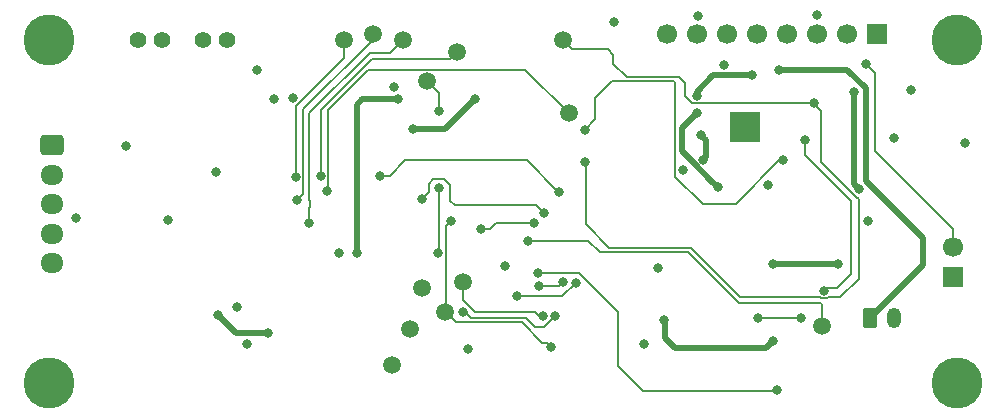
<source format=gbr>
%TF.GenerationSoftware,KiCad,Pcbnew,9.0.7*%
%TF.CreationDate,2026-02-09T02:05:22-06:00*%
%TF.ProjectId,wearable,77656172-6162-46c6-952e-6b696361645f,rev?*%
%TF.SameCoordinates,Original*%
%TF.FileFunction,Copper,L4,Bot*%
%TF.FilePolarity,Positive*%
%FSLAX46Y46*%
G04 Gerber Fmt 4.6, Leading zero omitted, Abs format (unit mm)*
G04 Created by KiCad (PCBNEW 9.0.7) date 2026-02-09 02:05:22*
%MOMM*%
%LPD*%
G01*
G04 APERTURE LIST*
G04 Aperture macros list*
%AMRoundRect*
0 Rectangle with rounded corners*
0 $1 Rounding radius*
0 $2 $3 $4 $5 $6 $7 $8 $9 X,Y pos of 4 corners*
0 Add a 4 corners polygon primitive as box body*
4,1,4,$2,$3,$4,$5,$6,$7,$8,$9,$2,$3,0*
0 Add four circle primitives for the rounded corners*
1,1,$1+$1,$2,$3*
1,1,$1+$1,$4,$5*
1,1,$1+$1,$6,$7*
1,1,$1+$1,$8,$9*
0 Add four rect primitives between the rounded corners*
20,1,$1+$1,$2,$3,$4,$5,0*
20,1,$1+$1,$4,$5,$6,$7,0*
20,1,$1+$1,$6,$7,$8,$9,0*
20,1,$1+$1,$8,$9,$2,$3,0*%
G04 Aperture macros list end*
%TA.AperFunction,ComponentPad*%
%ADD10C,1.500000*%
%TD*%
%TA.AperFunction,ComponentPad*%
%ADD11C,1.400000*%
%TD*%
%TA.AperFunction,ComponentPad*%
%ADD12C,4.318000*%
%TD*%
%TA.AperFunction,ComponentPad*%
%ADD13R,1.700000X1.700000*%
%TD*%
%TA.AperFunction,ComponentPad*%
%ADD14C,1.700000*%
%TD*%
%TA.AperFunction,ComponentPad*%
%ADD15RoundRect,0.250000X-0.725000X0.600000X-0.725000X-0.600000X0.725000X-0.600000X0.725000X0.600000X0*%
%TD*%
%TA.AperFunction,ComponentPad*%
%ADD16O,1.950000X1.700000*%
%TD*%
%TA.AperFunction,ComponentPad*%
%ADD17RoundRect,0.250000X-0.350000X-0.625000X0.350000X-0.625000X0.350000X0.625000X-0.350000X0.625000X0*%
%TD*%
%TA.AperFunction,ComponentPad*%
%ADD18O,1.200000X1.750000*%
%TD*%
%TA.AperFunction,HeatsinkPad*%
%ADD19C,0.500000*%
%TD*%
%TA.AperFunction,HeatsinkPad*%
%ADD20R,2.500000X2.500000*%
%TD*%
%TA.AperFunction,ViaPad*%
%ADD21C,0.800000*%
%TD*%
%TA.AperFunction,Conductor*%
%ADD22C,0.200000*%
%TD*%
%TA.AperFunction,Conductor*%
%ADD23C,0.500000*%
%TD*%
G04 APERTURE END LIST*
D10*
%TO.P,TP8,1,1*%
%TO.N,DRDY*%
X142000000Y-91500000D03*
%TD*%
%TO.P,TP14,1,1*%
%TO.N,SCK*%
X144500000Y-89000000D03*
%TD*%
D11*
%TO.P,TP2,1,1*%
%TO.N,AVDD*%
X123000000Y-88000000D03*
X125000000Y-88000000D03*
%TD*%
D10*
%TO.P,TP6,1,1*%
%TO.N,INT_BNO085*%
X140500000Y-112500000D03*
%TD*%
D12*
%TO.P,H4,1,Hole*%
%TO.N,unconnected-(H4-Hole-Pad1)*%
X186850000Y-117000000D03*
%TD*%
D10*
%TO.P,TP15,1,1*%
%TO.N,SCL*%
X153500000Y-88000000D03*
%TD*%
D12*
%TO.P,H1,1,Hole*%
%TO.N,unconnected-(H1-Hole-Pad1)*%
X110000000Y-88000000D03*
%TD*%
D10*
%TO.P,TP4,1,1*%
%TO.N,RST_ADS1299*%
X137360000Y-87500000D03*
%TD*%
%TO.P,TP3,1,1*%
%TO.N,START_ADS1299*%
X134900000Y-88000000D03*
%TD*%
%TO.P,TP11,1,1*%
%TO.N,MISO*%
X139000000Y-115500000D03*
%TD*%
%TO.P,TP5,1,1*%
%TO.N,CS_ADS1299*%
X154000000Y-94200000D03*
%TD*%
%TO.P,TP10,1,1*%
%TO.N,BOOT_BNO085*%
X143500000Y-111000000D03*
%TD*%
%TO.P,TP9,1,1*%
%TO.N,MOSI*%
X141500000Y-109000000D03*
%TD*%
D13*
%TO.P,J3,1,Pin_1*%
%TO.N,AVSS*%
X180100000Y-87500000D03*
D14*
%TO.P,J3,2,Pin_2*%
%TO.N,+5V_USB*%
X177560000Y-87500000D03*
%TO.P,J3,3,Pin_3*%
%TO.N,AVSS*%
X175020000Y-87500000D03*
%TO.P,J3,4,Pin_4*%
%TO.N,Net-(J3-Pin_4)*%
X172480000Y-87500000D03*
%TO.P,J3,5,Pin_5*%
%TO.N,unconnected-(J3-Pin_5-Pad5)*%
X169940000Y-87500000D03*
%TO.P,J3,6,Pin_6*%
%TO.N,unconnected-(J3-Pin_6-Pad6)*%
X167400000Y-87500000D03*
%TO.P,J3,7,Pin_7*%
%TO.N,AVSS*%
X164860000Y-87500000D03*
%TO.P,J3,8,Pin_8*%
%TO.N,Net-(J3-Pin_8)*%
X162320000Y-87500000D03*
%TD*%
D10*
%TO.P,TP12,1,1*%
%TO.N,RST_BNO085*%
X145000000Y-108500000D03*
%TD*%
D11*
%TO.P,TP1,1,1*%
%TO.N,AVSS*%
X117500000Y-88000000D03*
X119500000Y-88000000D03*
%TD*%
D12*
%TO.P,H3,1,Hole*%
%TO.N,unconnected-(H3-Hole-Pad1)*%
X186850000Y-88000000D03*
%TD*%
D15*
%TO.P,E1,1,Bias*%
%TO.N,VBIAS*%
X110200000Y-96900000D03*
D16*
%TO.P,E1,2,D1+*%
%TO.N,Net-(D4-D1+)*%
X110200000Y-99400000D03*
%TO.P,E1,3,D1-*%
%TO.N,Net-(D4-D1-)*%
X110200000Y-101900000D03*
%TO.P,E1,4,D2+*%
%TO.N,Net-(D4-D2+)*%
X110200000Y-104400000D03*
%TO.P,E1,5,D2-*%
%TO.N,Net-(D4-D2-)*%
X110200000Y-106900000D03*
%TD*%
D10*
%TO.P,TP16,1,1*%
%TO.N,SDA*%
X175400000Y-112200000D03*
%TD*%
D13*
%TO.P,SW1,1,1*%
%TO.N,AVSS*%
X186500000Y-108040000D03*
D14*
%TO.P,SW1,2,2*%
%TO.N,Net-(U4-SHPHLD)*%
X186500000Y-105500000D03*
%TD*%
D10*
%TO.P,TP7,1,1*%
%TO.N,PWDWN_ADS1299*%
X139900000Y-88000000D03*
%TD*%
D12*
%TO.P,H2,1,Hole*%
%TO.N,unconnected-(H2-Hole-Pad1)*%
X110000000Y-117000000D03*
%TD*%
D17*
%TO.P,BT1,1,+*%
%TO.N,Net-(BT1-+)*%
X179500000Y-111550000D03*
D18*
%TO.P,BT1,2,-*%
%TO.N,AVSS*%
X181500000Y-111550000D03*
%TD*%
D19*
%TO.P,U4,33,AVSS*%
%TO.N,AVSS*%
X167850000Y-96350000D03*
X168850000Y-96350000D03*
X169850000Y-96350000D03*
X167850000Y-95350000D03*
X168850000Y-95350000D03*
D20*
X168850000Y-95350000D03*
D19*
X169850000Y-95350000D03*
X167850000Y-94350000D03*
X168850000Y-94350000D03*
X169850000Y-94350000D03*
%TD*%
D21*
%TO.N,AVSS*%
X120000000Y-103200000D03*
X146000000Y-93000000D03*
X126750000Y-113750000D03*
X157763903Y-86500000D03*
X179300000Y-103300000D03*
X148600000Y-107100000D03*
X175020000Y-85875000D03*
X160350000Y-113750000D03*
X164900000Y-86000000D03*
X134500000Y-106000000D03*
X125900000Y-110600000D03*
X167100000Y-90100000D03*
X161500000Y-107320000D03*
X145432500Y-114200000D03*
X163650000Y-99000000D03*
X116500000Y-97000000D03*
X170810122Y-100310122D03*
X112287501Y-103050000D03*
X181500000Y-96260000D03*
X139160000Y-91960000D03*
X140800000Y-95500000D03*
%TO.N,Net-(BT1-+)*%
X171741396Y-90500000D03*
%TO.N,AVDD*%
X124100000Y-99200000D03*
X124250000Y-111250000D03*
X182920000Y-92268530D03*
X127540000Y-90540000D03*
X128500000Y-112800000D03*
X187500000Y-96750000D03*
X130581834Y-92948869D03*
X129000000Y-93000000D03*
%TO.N,+3V3*%
X139500000Y-93000000D03*
X136000000Y-106000000D03*
X176750000Y-107000000D03*
X165200000Y-96031000D03*
X171300000Y-113500000D03*
X165365686Y-98134314D03*
X171300000Y-107000000D03*
X162000000Y-111730000D03*
%TO.N,+5V3*%
X178515000Y-100600000D03*
X178090000Y-92410000D03*
%TO.N,INT_BNO085*%
X152809620Y-111390380D03*
X145000000Y-111000000D03*
%TO.N,BOOT_BNO085*%
X152500000Y-114000000D03*
X144000000Y-103330000D03*
%TO.N,PWDWN_ADS1299*%
X132000000Y-103500000D03*
%TO.N,RST_BNO085*%
X151800000Y-111400000D03*
%TO.N,START_ADS1299*%
X130850000Y-99600000D03*
%TO.N,RST_ADS1299*%
X130990380Y-101509620D03*
%TO.N,MISO*%
X149600000Y-109700000D03*
X154550000Y-108550000D03*
X138000000Y-99500000D03*
X153100000Y-100900000D03*
%TO.N,MOSI*%
X146500000Y-103980000D03*
X150985000Y-103470000D03*
%TO.N,SCL*%
X155350000Y-98350000D03*
X174708733Y-93335000D03*
%TO.N,SDA*%
X174000000Y-96500000D03*
X150500000Y-105000000D03*
X175600000Y-109213493D03*
%TO.N,SCK*%
X153500000Y-108500000D03*
X151883812Y-102683812D03*
X151420000Y-108800000D03*
X132950000Y-99500000D03*
X141500000Y-101500000D03*
%TO.N,CS_ADS1299*%
X133460186Y-100780431D03*
%TO.N,DRDY*%
X142920000Y-106050000D03*
X143000000Y-100500000D03*
X143000000Y-94000000D03*
%TO.N,GPIO0*%
X151400000Y-107700000D03*
X171600000Y-117600000D03*
%TO.N,VSYS*%
X164800000Y-94200000D03*
X164800000Y-92720000D03*
X166565686Y-100434314D03*
X169500000Y-91000000D03*
%TO.N,GPIO2*%
X172100000Y-98200000D03*
X155300000Y-95600000D03*
%TO.N,GPIO4*%
X170000000Y-111500000D03*
X173600000Y-111500000D03*
%TO.N,Net-(U4-SHPHLD)*%
X179125339Y-90036533D03*
%TD*%
D22*
%TO.N,AVSS*%
X168850000Y-95350000D02*
X167850000Y-95350000D01*
D23*
X143500000Y-95500000D02*
X140800000Y-95500000D01*
D22*
X167850000Y-94350000D02*
X168850000Y-95350000D01*
D23*
X146000000Y-93000000D02*
X143500000Y-95500000D01*
%TO.N,Net-(BT1-+)*%
X184000000Y-104800000D02*
X184000000Y-107050000D01*
X171741396Y-90500000D02*
X177500000Y-90500000D01*
X179100000Y-92100000D02*
X179100000Y-99900000D01*
X184000000Y-107050000D02*
X179500000Y-111550000D01*
X177500000Y-90500000D02*
X179100000Y-92100000D01*
X179100000Y-99900000D02*
X184000000Y-104800000D01*
%TO.N,AVDD*%
X125800000Y-112800000D02*
X128500000Y-112800000D01*
D22*
X127580000Y-90500000D02*
X127540000Y-90540000D01*
D23*
X124250000Y-111250000D02*
X125800000Y-112800000D01*
%TO.N,+3V3*%
X162130000Y-111860000D02*
X162130000Y-113230000D01*
X136500000Y-93000000D02*
X139500000Y-93000000D01*
X165600000Y-96500000D02*
X165600000Y-97900000D01*
X136000000Y-106000000D02*
X136000000Y-93500000D01*
X170700000Y-114100000D02*
X171300000Y-113500000D01*
X165200000Y-96100000D02*
X165600000Y-96500000D01*
X165200000Y-96031000D02*
X165200000Y-96100000D01*
X171300000Y-107000000D02*
X176750000Y-107000000D01*
X162130000Y-113230000D02*
X163000000Y-114100000D01*
X136000000Y-93500000D02*
X136500000Y-93000000D01*
X165600000Y-97900000D02*
X165365686Y-98134314D01*
X163000000Y-114100000D02*
X170700000Y-114100000D01*
X162000000Y-111730000D02*
X162130000Y-111860000D01*
%TO.N,+5V3*%
X178515000Y-100600000D02*
X178100000Y-100185000D01*
X178100000Y-100185000D02*
X178100000Y-92420000D01*
X178100000Y-92420000D02*
X178090000Y-92410000D01*
D22*
%TO.N,INT_BNO085*%
X151100000Y-112300000D02*
X150320000Y-111520000D01*
X152809620Y-111390380D02*
X151900000Y-112300000D01*
X145151470Y-111000000D02*
X145000000Y-111000000D01*
X145671470Y-111520000D02*
X145151470Y-111000000D01*
X151900000Y-112300000D02*
X151100000Y-112300000D01*
X150320000Y-111520000D02*
X145671470Y-111520000D01*
%TO.N,BOOT_BNO085*%
X152500000Y-114000000D02*
X152142500Y-113642500D01*
X144000000Y-103330000D02*
X143580000Y-103750000D01*
X143580000Y-103750000D02*
X143580000Y-110920000D01*
X143580000Y-110920000D02*
X143500000Y-111000000D01*
X151742500Y-113642500D02*
X150001000Y-111901000D01*
X152142500Y-113642500D02*
X151742500Y-113642500D01*
X150001000Y-111901000D02*
X144401000Y-111901000D01*
X144401000Y-111901000D02*
X143500000Y-111000000D01*
%TO.N,PWDWN_ADS1299*%
X132000000Y-94200000D02*
X137100000Y-89100000D01*
X138800000Y-89100000D02*
X139900000Y-88000000D01*
X132071000Y-101630346D02*
X132000000Y-101559346D01*
X132000000Y-102240654D02*
X132071000Y-102169654D01*
X132000000Y-101559346D02*
X132000000Y-94200000D01*
X137100000Y-89100000D02*
X138800000Y-89100000D01*
X132071000Y-102169654D02*
X132071000Y-101630346D01*
X132000000Y-103500000D02*
X132000000Y-102240654D01*
%TO.N,RST_BNO085*%
X145000000Y-110000000D02*
X145000000Y-108500000D01*
X151067100Y-111000000D02*
X146000000Y-111000000D01*
X151467100Y-111400000D02*
X151067100Y-111000000D01*
X146000000Y-111000000D02*
X145000000Y-110000000D01*
X151800000Y-111400000D02*
X151467100Y-111400000D01*
%TO.N,START_ADS1299*%
X134900000Y-89549943D02*
X134900000Y-88000000D01*
X130900000Y-99550000D02*
X130900000Y-93549943D01*
X130900000Y-93549943D02*
X134900000Y-89549943D01*
X130850000Y-99600000D02*
X130900000Y-99550000D01*
%TO.N,RST_ADS1299*%
X131500000Y-93860000D02*
X137360000Y-88000000D01*
X137360000Y-88000000D02*
X137360000Y-87500000D01*
X131500000Y-101000000D02*
X131500000Y-93860000D01*
X130990380Y-101509620D02*
X131500000Y-101000000D01*
%TO.N,MISO*%
X140100000Y-98200000D02*
X138800000Y-99500000D01*
X153400000Y-109700000D02*
X149600000Y-109700000D01*
X154550000Y-108550000D02*
X153400000Y-109700000D01*
X153000000Y-100800000D02*
X150400000Y-98200000D01*
X138800000Y-99500000D02*
X138000000Y-99500000D01*
X143900000Y-98200000D02*
X140100000Y-98200000D01*
X150400000Y-98200000D02*
X143900000Y-98200000D01*
%TO.N,MOSI*%
X147840000Y-103470000D02*
X150985000Y-103470000D01*
X146500000Y-103980000D02*
X147330000Y-103980000D01*
X147330000Y-103980000D02*
X147840000Y-103470000D01*
%TO.N,SCL*%
X174708733Y-93427434D02*
X175300000Y-94018701D01*
X163800000Y-92700000D02*
X163800000Y-91600000D01*
X175300000Y-98300000D02*
X177864000Y-100864000D01*
X157750000Y-89250000D02*
X157250000Y-88750000D01*
X157400000Y-105600000D02*
X155400000Y-103600000D01*
X177864000Y-100869654D02*
X178245346Y-101251000D01*
X175300000Y-94018701D02*
X175300000Y-98300000D01*
X164300000Y-105600000D02*
X157400000Y-105600000D01*
X164400000Y-93300000D02*
X163800000Y-92700000D01*
X155350000Y-98350000D02*
X155300000Y-98300000D01*
X178251000Y-101251000D02*
X178500000Y-101500000D01*
X164530346Y-93371000D02*
X164459346Y-93300000D01*
X157250000Y-88750000D02*
X154250000Y-88750000D01*
X163319000Y-91119000D02*
X158871000Y-91119000D01*
X168494493Y-109794493D02*
X164300000Y-105600000D01*
X155400000Y-98400000D02*
X155350000Y-98350000D01*
X174616299Y-93335000D02*
X174581299Y-93300000D01*
X177864000Y-100864000D02*
X177864000Y-100869654D01*
X175869654Y-109864493D02*
X175330346Y-109864493D01*
X178245346Y-101251000D02*
X178251000Y-101251000D01*
X174708733Y-93335000D02*
X174616299Y-93335000D01*
X163800000Y-91600000D02*
X163319000Y-91119000D01*
X165140654Y-93300000D02*
X165069654Y-93371000D01*
X178500000Y-108200000D02*
X176905507Y-109794493D01*
X165069654Y-93371000D02*
X164530346Y-93371000D01*
X175939654Y-109794493D02*
X175869654Y-109864493D01*
X158871000Y-91119000D02*
X157750000Y-89998000D01*
X175260346Y-109794493D02*
X168494493Y-109794493D01*
X174708733Y-93335000D02*
X174708733Y-93427434D01*
X176905507Y-109794493D02*
X175939654Y-109794493D01*
X164459346Y-93300000D02*
X164400000Y-93300000D01*
X154250000Y-88750000D02*
X153500000Y-88000000D01*
X175330346Y-109864493D02*
X175260346Y-109794493D01*
X178500000Y-101500000D02*
X178500000Y-108200000D01*
X174581299Y-93300000D02*
X165140654Y-93300000D01*
X155400000Y-103600000D02*
X155400000Y-98400000D01*
X157750000Y-89998000D02*
X157750000Y-89250000D01*
%TO.N,SDA*%
X177900000Y-107776986D02*
X176676986Y-109000000D01*
X155600000Y-105000000D02*
X156581000Y-105981000D01*
X164081000Y-105981000D02*
X168400000Y-110300000D01*
X175400000Y-110400000D02*
X175400000Y-112200000D01*
X175813493Y-109000000D02*
X175600000Y-109213493D01*
X156581000Y-105981000D02*
X164081000Y-105981000D01*
X168400000Y-110300000D02*
X175300000Y-110300000D01*
X177900000Y-101650000D02*
X177900000Y-107776986D01*
X150500000Y-105000000D02*
X155600000Y-105000000D01*
X174000000Y-97750000D02*
X177900000Y-101650000D01*
X174000000Y-96500000D02*
X174000000Y-97750000D01*
X175300000Y-110300000D02*
X175400000Y-110400000D01*
X176676986Y-109000000D02*
X175813493Y-109000000D01*
%TO.N,SCK*%
X143900000Y-89600000D02*
X144500000Y-89000000D01*
X141500000Y-101500000D02*
X142100000Y-100900000D01*
X142500000Y-99800000D02*
X143400000Y-99800000D01*
X153500000Y-108500000D02*
X153479756Y-108500000D01*
X132950000Y-99500000D02*
X133000000Y-99450000D01*
X153179756Y-108800000D02*
X151420000Y-108800000D01*
X144300000Y-102000000D02*
X151200000Y-102000000D01*
X133000000Y-99450000D02*
X133000000Y-93900000D01*
X137300000Y-89600000D02*
X143900000Y-89600000D01*
X151200000Y-102000000D02*
X151883812Y-102683812D01*
X143900000Y-101600000D02*
X144300000Y-102000000D01*
X143900000Y-100300000D02*
X143900000Y-101600000D01*
X133000000Y-93900000D02*
X137300000Y-89600000D01*
X153479756Y-108500000D02*
X153179756Y-108800000D01*
X143400000Y-99800000D02*
X143900000Y-100300000D01*
X142100000Y-100200000D02*
X142500000Y-99800000D01*
X142100000Y-100900000D02*
X142100000Y-100200000D01*
%TO.N,CS_ADS1299*%
X133600000Y-100640617D02*
X133600000Y-93900000D01*
X133460186Y-100780431D02*
X133600000Y-100640617D01*
X133600000Y-93900000D02*
X137000000Y-90500000D01*
X150300000Y-90500000D02*
X154000000Y-94200000D01*
X137000000Y-90500000D02*
X150300000Y-90500000D01*
%TO.N,DRDY*%
X142000000Y-91500000D02*
X143000000Y-92500000D01*
X143000000Y-92500000D02*
X143000000Y-94000000D01*
X143000000Y-105700000D02*
X143000000Y-100500000D01*
X142920000Y-106050000D02*
X142920000Y-105780000D01*
X142920000Y-105780000D02*
X143000000Y-105700000D01*
%TO.N,GPIO0*%
X160261185Y-117700000D02*
X158139667Y-115578483D01*
X171600000Y-117600000D02*
X171500000Y-117700000D01*
X158139667Y-111039667D02*
X154800000Y-107700000D01*
X154800000Y-107700000D02*
X151400000Y-107700000D01*
X171500000Y-117700000D02*
X160261185Y-117700000D01*
X158139667Y-115578483D02*
X158139667Y-111039667D01*
D23*
%TO.N,VSYS*%
X166131372Y-100000000D02*
X166100000Y-100000000D01*
X163531000Y-95469000D02*
X164800000Y-94200000D01*
X163531000Y-97431000D02*
X163531000Y-95469000D01*
D22*
X164800000Y-92720000D02*
X164640244Y-92720000D01*
D23*
X164465188Y-98365188D02*
X163531000Y-97431000D01*
X166565686Y-100434314D02*
X166131372Y-100000000D01*
X166200000Y-91000000D02*
X164800000Y-92400000D01*
X166100000Y-100000000D02*
X164465188Y-98365188D01*
X169500000Y-91000000D02*
X166200000Y-91000000D01*
X164800000Y-92400000D02*
X164800000Y-92720000D01*
D22*
%TO.N,GPIO2*%
X171800000Y-98200000D02*
X172100000Y-98200000D01*
X156200000Y-94700000D02*
X156200000Y-92900000D01*
X162900000Y-91500000D02*
X163000000Y-91600000D01*
X163000000Y-99600000D02*
X165300000Y-101900000D01*
X156200000Y-92900000D02*
X157600000Y-91500000D01*
X168100000Y-101900000D02*
X171800000Y-98200000D01*
X165300000Y-101900000D02*
X168100000Y-101900000D01*
X157600000Y-91500000D02*
X162900000Y-91500000D01*
X163000000Y-91600000D02*
X163000000Y-99600000D01*
X155300000Y-95600000D02*
X156200000Y-94700000D01*
%TO.N,GPIO4*%
X170000000Y-111500000D02*
X173600000Y-111500000D01*
%TO.N,Net-(U4-SHPHLD)*%
X186500000Y-104000000D02*
X186500000Y-105500000D01*
X179125339Y-90036533D02*
X179900000Y-90811194D01*
X179900000Y-97400000D02*
X186500000Y-104000000D01*
X179900000Y-90811194D02*
X179900000Y-97400000D01*
%TD*%
M02*

</source>
